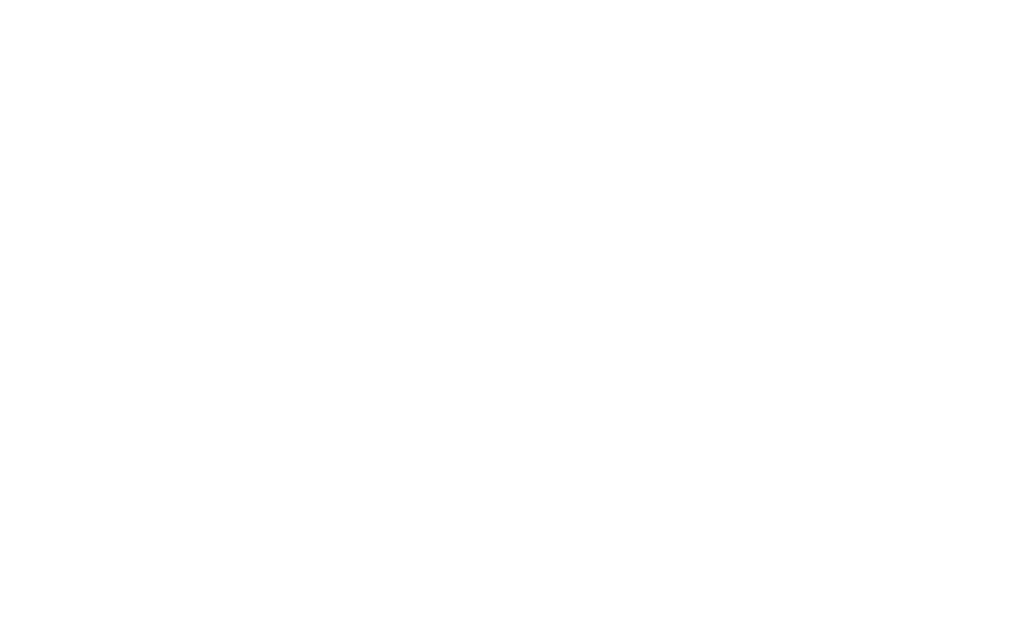
<source format=kicad_pcb>
(kicad_pcb (version 20221018) (generator pcbnew)

  (general
    (thickness 1.6062)
  )

  (paper "A4")
  (title_block
    (title "Motor Controller PCB")
    (date "2022-12-06")
    (rev "B1 (HULA) v0.2")
    (company "Alexander S. Adranly")
    (comment 1 "Using JLC04161H-7628 Stackup from JLCPCB")
  )

  (layers
    (0 "F.Cu" signal)
    (1 "In1.Cu" power)
    (2 "In2.Cu" power)
    (31 "B.Cu" signal)
    (32 "B.Adhes" user "B.Adhesive")
    (33 "F.Adhes" user "F.Adhesive")
    (34 "B.Paste" user)
    (35 "F.Paste" user)
    (36 "B.SilkS" user "B.Silkscreen")
    (37 "F.SilkS" user "F.Silkscreen")
    (38 "B.Mask" user)
    (39 "F.Mask" user)
    (40 "Dwgs.User" user "User.Drawings")
    (41 "Cmts.User" user "User.Comments")
    (42 "Eco1.User" user "User.Eco1")
    (43 "Eco2.User" user "User.Eco2")
    (44 "Edge.Cuts" user)
    (45 "Margin" user)
    (46 "B.CrtYd" user "B.Courtyard")
    (47 "F.CrtYd" user "F.Courtyard")
    (48 "B.Fab" user)
    (49 "F.Fab" user)
    (50 "User.1" user)
    (51 "User.2" user)
    (52 "User.3" user)
    (53 "User.4" user)
    (54 "User.5" user)
    (55 "User.6" user)
    (56 "User.7" user)
    (57 "User.8" user)
    (58 "User.9" user)
  )

  (setup
    (stackup
      (layer "F.SilkS" (type "Top Silk Screen"))
      (layer "F.Paste" (type "Top Solder Paste"))
      (layer "F.Mask" (type "Top Solder Mask") (color "Green") (thickness 0.01))
      (layer "F.Cu" (type "copper") (thickness 0.035))
      (layer "dielectric 1" (type "prepreg") (thickness 0.2104) (material "FR4") (epsilon_r 4.6) (loss_tangent 0.02))
      (layer "In1.Cu" (type "copper") (thickness 0.0152))
      (layer "dielectric 2" (type "core") (thickness 1.065) (material "FR4") (epsilon_r 4.6) (loss_tangent 0.02))
      (layer "In2.Cu" (type "copper") (thickness 0.0152))
      (layer "dielectric 3" (type "prepreg") (thickness 0.2104) (material "FR4") (epsilon_r 4.6) (loss_tangent 0.02))
      (layer "B.Cu" (type "copper") (thickness 0.035))
      (layer "B.Mask" (type "Bottom Solder Mask") (color "Green") (thickness 0.01))
      (layer "B.Paste" (type "Bottom Solder Paste"))
      (layer "B.SilkS" (type "Bottom Silk Screen"))
      (copper_finish "ENIG")
      (dielectric_constraints yes)
    )
    (pad_to_mask_clearance 0)
    (pcbplotparams
      (layerselection 0x00010fc_ffffffff)
      (plot_on_all_layers_selection 0x0000000_00000000)
      (disableapertmacros false)
      (usegerberextensions false)
      (usegerberattributes true)
      (usegerberadvancedattributes true)
      (creategerberjobfile false)
      (dashed_line_dash_ratio 12.000000)
      (dashed_line_gap_ratio 3.000000)
      (svgprecision 6)
      (plotframeref false)
      (viasonmask false)
      (mode 1)
      (useauxorigin false)
      (hpglpennumber 1)
      (hpglpenspeed 20)
      (hpglpendiameter 15.000000)
      (dxfpolygonmode true)
      (dxfimperialunits true)
      (dxfusepcbnewfont true)
      (psnegative false)
      (psa4output false)
      (plotreference false)
      (plotvalue false)
      (plotinvisibletext false)
      (sketchpadsonfab false)
      (subtractmaskfromsilk false)
      (outputformat 1)
      (mirror false)
      (drillshape 0)
      (scaleselection 1)
      (outputdirectory "gerber/")
    )
  )

  (net 0 "")

  (gr_rect (start 84 53.4) (end 131 88.75)
    (stroke (width 0.15) (type solid)) (fill none) (layer "Cmts.User") (tstamp 11d89656-a220-49e8-8d0e-b9e78b6591df))
  (gr_rect (start 133.6 86.9) (end 155 118.4)
    (stroke (width 0.15) (type solid)) (fill none) (layer "Cmts.User") (tstamp 344cba52-4790-4a59-87b3-e4dbd6255519))
  (gr_rect (start 84.029 88.799975) (end 131 120.4)
    (stroke (width 0.15) (type solid)) (fill none) (layer "Cmts.User") (tstamp 37908264-0f9d-412c-8869-e014c19bef66))
  (gr_rect (start 133.155 62) (end 154.8 84.65)
    (stroke (width 0.15) (type solid)) (fill none) (layer "Cmts.User") (tstamp 3cb8298a-fa24-4ae8-8684-478cd9c37c34))
  (gr_text "Routing Notes\n- Single Trace Widths\n	- Logic: 0.3mm\n	- Power: 0.5mm\n	- 50 Ohm: 0.29337mm (Clock?)\n- Differential Trace Widths\n	- 120 Ohm: 0.126238mm (CAN bus)\n	- 90 Ohm: 0.261112mm (USB)" (at 229 152.2) (layer "Cmts.User") (tstamp 6084b546-b7a6-4b79-948c-cd4b955303f0)
    (effects (font (size 1.5 1.5) (thickness 0.3)) (justify left))
  )
  (gr_text "Notes:\n- for routing, make sure that markers are set to correctly orient ICs\n  (the circles near pin 1)" (at 178 177.35) (layer "Cmts.User") (tstamp 64416e07-834f-4c09-a3a6-ea5844fdea6e)
    (effects (font (size 1 1) (thickness 0.15)) (justify left))
  )
  (gr_text "Notes:\n- routing for motor controls is BACKWARDS, its completely wrong.\n  Please re-do...\nRef. https://www.pololu.com/product/2991" (at 178.1 170.5) (layer "Cmts.User") (tstamp 7e23c946-7d0c-47b4-a4b1-9fd6f5ebc6d4)
    (effects (font (size 1 1) (thickness 0.15)) (justify left))
  )
  (gr_text "May want to increase the space >>\nbetween switching regulators" (at 76 89) (layer "Cmts.User") (tstamp d2ec4a89-b7b8-4431-8efe-1a41051a2d04)
    (effects (font (size 0.5 0.5) (thickness 0.125)))
  )
  (gr_text "Be careful about switching noise near clock" (at 137.6759 70.2) (layer "Cmts.User") (tstamp f5d167c5-6f31-4516-acef-6a5cb3641173)
    (effects (font (size 0.125 0.125) (thickness 0.03125)))
  )

)

</source>
